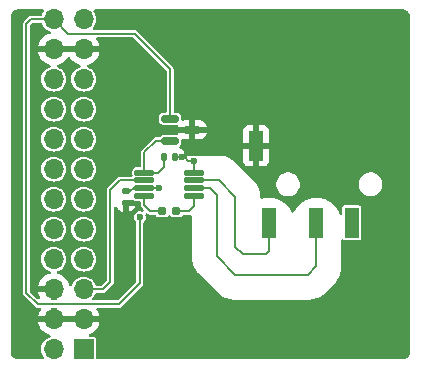
<source format=gbr>
%TF.GenerationSoftware,KiCad,Pcbnew,8.0.3-8.0.3-0~ubuntu23.10.1*%
%TF.CreationDate,2024-10-17T21:53:55-04:00*%
%TF.ProjectId,INA333,494e4133-3333-42e6-9b69-6361645f7063,rev?*%
%TF.SameCoordinates,Original*%
%TF.FileFunction,Copper,L1,Top*%
%TF.FilePolarity,Positive*%
%FSLAX46Y46*%
G04 Gerber Fmt 4.6, Leading zero omitted, Abs format (unit mm)*
G04 Created by KiCad (PCBNEW 8.0.3-8.0.3-0~ubuntu23.10.1) date 2024-10-17 21:53:55*
%MOMM*%
%LPD*%
G01*
G04 APERTURE LIST*
G04 Aperture macros list*
%AMRoundRect*
0 Rectangle with rounded corners*
0 $1 Rounding radius*
0 $2 $3 $4 $5 $6 $7 $8 $9 X,Y pos of 4 corners*
0 Add a 4 corners polygon primitive as box body*
4,1,4,$2,$3,$4,$5,$6,$7,$8,$9,$2,$3,0*
0 Add four circle primitives for the rounded corners*
1,1,$1+$1,$2,$3*
1,1,$1+$1,$4,$5*
1,1,$1+$1,$6,$7*
1,1,$1+$1,$8,$9*
0 Add four rect primitives between the rounded corners*
20,1,$1+$1,$2,$3,$4,$5,0*
20,1,$1+$1,$4,$5,$6,$7,0*
20,1,$1+$1,$6,$7,$8,$9,0*
20,1,$1+$1,$8,$9,$2,$3,0*%
G04 Aperture macros list end*
%TA.AperFunction,SMDPad,CuDef*%
%ADD10RoundRect,0.160000X0.197500X0.160000X-0.197500X0.160000X-0.197500X-0.160000X0.197500X-0.160000X0*%
%TD*%
%TA.AperFunction,SMDPad,CuDef*%
%ADD11RoundRect,0.150000X-0.587500X-0.150000X0.587500X-0.150000X0.587500X0.150000X-0.587500X0.150000X0*%
%TD*%
%TA.AperFunction,SMDPad,CuDef*%
%ADD12RoundRect,0.140000X-0.140000X-0.170000X0.140000X-0.170000X0.140000X0.170000X-0.140000X0.170000X0*%
%TD*%
%TA.AperFunction,SMDPad,CuDef*%
%ADD13RoundRect,0.140000X-0.170000X0.140000X-0.170000X-0.140000X0.170000X-0.140000X0.170000X0.140000X0*%
%TD*%
%TA.AperFunction,SMDPad,CuDef*%
%ADD14RoundRect,0.125000X0.687500X0.125000X-0.687500X0.125000X-0.687500X-0.125000X0.687500X-0.125000X0*%
%TD*%
%TA.AperFunction,SMDPad,CuDef*%
%ADD15R,1.200000X2.500000*%
%TD*%
%TA.AperFunction,ComponentPad*%
%ADD16R,1.700000X1.700000*%
%TD*%
%TA.AperFunction,ComponentPad*%
%ADD17O,1.700000X1.700000*%
%TD*%
%TA.AperFunction,ViaPad*%
%ADD18C,0.600000*%
%TD*%
%TA.AperFunction,Conductor*%
%ADD19C,0.200000*%
%TD*%
G04 APERTURE END LIST*
D10*
%TO.P,R1,2*%
%TO.N,Net-(R1-Pad2)*%
X122302500Y-92300000D03*
%TO.P,R1,1*%
%TO.N,Net-(R1-Pad1)*%
X123497500Y-92300000D03*
%TD*%
D11*
%TO.P,U3,1,IN*%
%TO.N,VIN*%
X122962500Y-84450000D03*
%TO.P,U3,2,OUT*%
%TO.N,Net-(U1-Ref)*%
X122962500Y-86350000D03*
%TO.P,U3,3,GND*%
%TO.N,GND*%
X124837500Y-85400000D03*
%TD*%
D12*
%TO.P,C2,1*%
%TO.N,Net-(U1-Ref)*%
X122420000Y-87700000D03*
%TO.P,C2,2*%
%TO.N,GND*%
X123380000Y-87700000D03*
%TD*%
D13*
%TO.P,C1,1*%
%TO.N,VIN*%
X119200000Y-90620000D03*
%TO.P,C1,2*%
%TO.N,GND*%
X119200000Y-91580000D03*
%TD*%
D14*
%TO.P,U1,1,Rg*%
%TO.N,Net-(R1-Pad1)*%
X125012500Y-90975000D03*
%TO.P,U1,2,-*%
%TO.N,Net-(U1--)*%
X125012500Y-90325000D03*
%TO.P,U1,3,+*%
%TO.N,Net-(U1-+)*%
X125012500Y-89675000D03*
%TO.P,U1,4,V-*%
%TO.N,GND*%
X125012500Y-89025000D03*
%TO.P,U1,5,Ref*%
%TO.N,Net-(U1-Ref)*%
X120787500Y-89025000D03*
%TO.P,U1,6*%
%TO.N,/IN0+*%
X120787500Y-89675000D03*
%TO.P,U1,7,V+*%
%TO.N,VIN*%
X120787500Y-90325000D03*
%TO.P,U1,8,Rg*%
%TO.N,Net-(R1-Pad2)*%
X120787500Y-90975000D03*
%TD*%
D15*
%TO.P,J3,R1*%
%TO.N,Net-(U1--)*%
X135345000Y-93255000D03*
%TO.P,J3,R2*%
%TO.N,unconnected-(J3-PadR2)*%
X138345000Y-93255000D03*
%TO.P,J3,S*%
%TO.N,GND*%
X130245000Y-86755000D03*
%TO.P,J3,T*%
%TO.N,Net-(U1-+)*%
X131345000Y-93255000D03*
%TD*%
D16*
%TO.P,J1,1,Pin_1*%
%TO.N,/SDA{slash}A4*%
X115650000Y-103975000D03*
D17*
%TO.P,J1,2,Pin_2*%
%TO.N,/SCL{slash}A5*%
X113110000Y-103975000D03*
%TO.P,J1,3,Pin_3*%
%TO.N,GND*%
X115650000Y-101435000D03*
%TO.P,J1,4,Pin_4*%
X113110000Y-101435000D03*
%TO.P,J1,5,Pin_5*%
%TO.N,/IN0+*%
X115650000Y-98895000D03*
%TO.P,J1,6,Pin_6*%
%TO.N,GND*%
X113110000Y-98895000D03*
%TO.P,J1,7,Pin_7*%
%TO.N,/IN1-*%
X115650000Y-96355000D03*
%TO.P,J1,8,Pin_8*%
%TO.N,/IN1+*%
X113110000Y-96355000D03*
%TO.P,J1,9,Pin_9*%
%TO.N,/IN2+*%
X115650000Y-93815000D03*
%TO.P,J1,10,Pin_10*%
%TO.N,/IN2-*%
X113110000Y-93815000D03*
%TO.P,J1,11,Pin_11*%
%TO.N,/IN3-*%
X115650000Y-91275000D03*
%TO.P,J1,12,Pin_12*%
%TO.N,/IN3+*%
X113110000Y-91275000D03*
%TO.P,J1,13,Pin_13*%
%TO.N,/IN4+*%
X115650000Y-88735000D03*
%TO.P,J1,14,Pin_14*%
%TO.N,/IN4-*%
X113110000Y-88735000D03*
%TO.P,J1,15,Pin_15*%
%TO.N,/IN5-*%
X115650000Y-86195000D03*
%TO.P,J1,16,Pin_16*%
%TO.N,/IN5+*%
X113110000Y-86195000D03*
%TO.P,J1,17,Pin_17*%
%TO.N,/IN6+*%
X115650000Y-83655000D03*
%TO.P,J1,18,Pin_18*%
%TO.N,/IN6-*%
X113110000Y-83655000D03*
%TO.P,J1,19,Pin_19*%
%TO.N,/IN7-*%
X115650000Y-81115000D03*
%TO.P,J1,20,Pin_20*%
%TO.N,/IN7+*%
X113110000Y-81115000D03*
%TO.P,J1,21,Pin_21*%
%TO.N,GND*%
X115650000Y-78575000D03*
%TO.P,J1,22,Pin_22*%
X113110000Y-78575000D03*
%TO.P,J1,23,Pin_23*%
%TO.N,/A0*%
X115650000Y-76035000D03*
%TO.P,J1,24,Pin_24*%
%TO.N,VIN*%
X113110000Y-76035000D03*
%TD*%
D18*
%TO.N,VIN*%
X122000000Y-90350000D03*
X120400000Y-92800000D03*
%TO.N,GND*%
X119200000Y-92200000D03*
X126300000Y-85400000D03*
X124000000Y-87700000D03*
X125000000Y-88000000D03*
%TD*%
D19*
%TO.N,Net-(R1-Pad1)*%
X123497500Y-92300000D02*
X124600000Y-92300000D01*
%TO.N,Net-(R1-Pad2)*%
X122302500Y-92300000D02*
X121300000Y-92300000D01*
%TO.N,VIN*%
X110800000Y-76450000D02*
X110800000Y-99200000D01*
X119100000Y-99700000D02*
X120400000Y-98400000D01*
X110800000Y-99200000D02*
X111750000Y-100150000D01*
X111750000Y-100150000D02*
X113550000Y-100150000D01*
X113550000Y-100150000D02*
X118650000Y-100150000D01*
X118650000Y-100150000D02*
X119100000Y-99700000D01*
X122000000Y-90350000D02*
X120812500Y-90350000D01*
X120812500Y-90350000D02*
X120787500Y-90325000D01*
X120400000Y-98400000D02*
X120400000Y-92800000D01*
X113110000Y-76035000D02*
X111215000Y-76035000D01*
X111215000Y-76035000D02*
X110800000Y-76450000D01*
X113110000Y-76035000D02*
X114325000Y-77250000D01*
X122962500Y-80262500D02*
X122962500Y-84450000D01*
X114325000Y-77250000D02*
X119950000Y-77250000D01*
X119950000Y-77250000D02*
X122962500Y-80262500D01*
%TO.N,/IN0+*%
X120787500Y-89675000D02*
X118725000Y-89675000D01*
X117305000Y-98895000D02*
X115650000Y-98895000D01*
X118725000Y-89675000D02*
X117900000Y-90500000D01*
X117900000Y-90500000D02*
X117900000Y-98300000D01*
X117900000Y-98300000D02*
X117305000Y-98895000D01*
%TO.N,VIN*%
X120787500Y-90325000D02*
X119875000Y-90325000D01*
X119875000Y-90325000D02*
X119580000Y-90620000D01*
X119580000Y-90620000D02*
X119200000Y-90620000D01*
%TO.N,GND*%
X119200000Y-91580000D02*
X119200000Y-92200000D01*
%TO.N,Net-(U1-Ref)*%
X122420000Y-87700000D02*
X122420000Y-88580000D01*
X122420000Y-88580000D02*
X121975000Y-89025000D01*
X121975000Y-89025000D02*
X120787500Y-89025000D01*
X122962500Y-86350000D02*
X121750000Y-86350000D01*
X121750000Y-86350000D02*
X120787500Y-87312500D01*
X120787500Y-87312500D02*
X120787500Y-89025000D01*
%TO.N,GND*%
X124837500Y-85400000D02*
X126300000Y-85400000D01*
X125000000Y-88000000D02*
X124500000Y-88000000D01*
X124500000Y-88000000D02*
X124200000Y-87700000D01*
X124200000Y-87700000D02*
X123380000Y-87700000D01*
X125012500Y-89025000D02*
X125012500Y-88012500D01*
X125012500Y-88012500D02*
X125000000Y-88000000D01*
%TO.N,Net-(R1-Pad1)*%
X125012500Y-91887500D02*
X125012500Y-90975000D01*
X124600000Y-92300000D02*
X125012500Y-91887500D01*
%TO.N,Net-(R1-Pad2)*%
X120787500Y-90975000D02*
X120787500Y-91787500D01*
X120787500Y-91787500D02*
X121300000Y-92300000D01*
%TO.N,Net-(U1-+)*%
X131345000Y-93255000D02*
X131345000Y-95655000D01*
X131345000Y-95655000D02*
X131100000Y-95900000D01*
X131100000Y-95900000D02*
X129100000Y-95900000D01*
X129100000Y-95900000D02*
X128500000Y-95300000D01*
X128500000Y-95300000D02*
X128500000Y-91100000D01*
X128500000Y-91100000D02*
X127075000Y-89675000D01*
X127075000Y-89675000D02*
X125012500Y-89675000D01*
%TO.N,GND*%
X115650000Y-101435000D02*
X113110000Y-101435000D01*
%TO.N,Net-(U1--)*%
X135345000Y-96955000D02*
X135345000Y-93255000D01*
X125012500Y-90325000D02*
X126325000Y-90325000D01*
X126900000Y-90900000D02*
X126900000Y-96100000D01*
X126325000Y-90325000D02*
X126900000Y-90900000D01*
X126900000Y-96100000D02*
X128500000Y-97700000D01*
X128500000Y-97700000D02*
X134600000Y-97700000D01*
X134600000Y-97700000D02*
X135345000Y-96955000D01*
%TD*%
%TA.AperFunction,Conductor*%
%TO.N,GND*%
G36*
X112236643Y-75225185D02*
G01*
X112282398Y-75277989D01*
X112292342Y-75347147D01*
X112265458Y-75408164D01*
X112232317Y-75448546D01*
X112134769Y-75631043D01*
X112134768Y-75631046D01*
X112130081Y-75646497D01*
X112091783Y-75704935D01*
X112027970Y-75733391D01*
X112011421Y-75734500D01*
X111175438Y-75734500D01*
X111099010Y-75754978D01*
X111030489Y-75794540D01*
X111030486Y-75794542D01*
X110559541Y-76265487D01*
X110559535Y-76265495D01*
X110519982Y-76334004D01*
X110519979Y-76334009D01*
X110514305Y-76355185D01*
X110499500Y-76410438D01*
X110499500Y-99239562D01*
X110507857Y-99270750D01*
X110519979Y-99315990D01*
X110519980Y-99315991D01*
X110536998Y-99345467D01*
X110559540Y-99384511D01*
X111509540Y-100334511D01*
X111565489Y-100390460D01*
X111565491Y-100390461D01*
X111565495Y-100390464D01*
X111634004Y-100430017D01*
X111634011Y-100430021D01*
X111710438Y-100450500D01*
X111710440Y-100450500D01*
X111913107Y-100450500D01*
X111980146Y-100470185D01*
X112025901Y-100522989D01*
X112035845Y-100592147D01*
X112014682Y-100645623D01*
X111936400Y-100757420D01*
X111936399Y-100757422D01*
X111836570Y-100971507D01*
X111836567Y-100971513D01*
X111779364Y-101184999D01*
X111779364Y-101185000D01*
X112676988Y-101185000D01*
X112644075Y-101242007D01*
X112610000Y-101369174D01*
X112610000Y-101500826D01*
X112644075Y-101627993D01*
X112676988Y-101685000D01*
X111779364Y-101685000D01*
X111836567Y-101898486D01*
X111836570Y-101898492D01*
X111936399Y-102112578D01*
X112071894Y-102306082D01*
X112238917Y-102473105D01*
X112432421Y-102608600D01*
X112646507Y-102708429D01*
X112646516Y-102708433D01*
X112768649Y-102741158D01*
X112828310Y-102777523D01*
X112858839Y-102840369D01*
X112850545Y-102909745D01*
X112806059Y-102963623D01*
X112772552Y-102979593D01*
X112706046Y-102999767D01*
X112618112Y-103046770D01*
X112523550Y-103097315D01*
X112523548Y-103097316D01*
X112523547Y-103097317D01*
X112363589Y-103228589D01*
X112232317Y-103388547D01*
X112134769Y-103571043D01*
X112074699Y-103769067D01*
X112054417Y-103975000D01*
X112074699Y-104180932D01*
X112074700Y-104180934D01*
X112134768Y-104378954D01*
X112211081Y-104521725D01*
X112232317Y-104561453D01*
X112265458Y-104601836D01*
X112292770Y-104666146D01*
X112280978Y-104735014D01*
X112233826Y-104786573D01*
X112169604Y-104804500D01*
X110016962Y-104804500D01*
X110003078Y-104803720D01*
X109990553Y-104802308D01*
X109912735Y-104793540D01*
X109885666Y-104787362D01*
X109806462Y-104759648D01*
X109781444Y-104747600D01*
X109710395Y-104702957D01*
X109688686Y-104685644D01*
X109629355Y-104626313D01*
X109612042Y-104604604D01*
X109584928Y-104561453D01*
X109567398Y-104533553D01*
X109555351Y-104508537D01*
X109527637Y-104429333D01*
X109521459Y-104402263D01*
X109511280Y-104311922D01*
X109510500Y-104298038D01*
X109510500Y-75711961D01*
X109511280Y-75698077D01*
X109517092Y-75646497D01*
X109521459Y-75607731D01*
X109527635Y-75580670D01*
X109555353Y-75501456D01*
X109567396Y-75476450D01*
X109612046Y-75405389D01*
X109629351Y-75383690D01*
X109688690Y-75324351D01*
X109710389Y-75307046D01*
X109781450Y-75262396D01*
X109806456Y-75250353D01*
X109885670Y-75222635D01*
X109912733Y-75216459D01*
X109975419Y-75209396D01*
X110003079Y-75206280D01*
X110016962Y-75205500D01*
X110075892Y-75205500D01*
X112169604Y-75205500D01*
X112236643Y-75225185D01*
G37*
%TD.AperFunction*%
%TA.AperFunction,Conductor*%
G36*
X142751922Y-75206280D02*
G01*
X142842266Y-75216459D01*
X142869331Y-75222636D01*
X142948540Y-75250352D01*
X142973553Y-75262398D01*
X143044606Y-75307043D01*
X143066313Y-75324355D01*
X143125644Y-75383686D01*
X143142957Y-75405395D01*
X143187600Y-75476444D01*
X143199648Y-75501462D01*
X143227362Y-75580666D01*
X143233540Y-75607735D01*
X143243720Y-75698076D01*
X143244500Y-75711961D01*
X143244500Y-104298038D01*
X143243720Y-104311923D01*
X143233540Y-104402264D01*
X143227362Y-104429333D01*
X143199648Y-104508537D01*
X143187600Y-104533555D01*
X143142957Y-104604604D01*
X143125644Y-104626313D01*
X143066313Y-104685644D01*
X143044604Y-104702957D01*
X142973555Y-104747600D01*
X142948537Y-104759648D01*
X142869333Y-104787362D01*
X142842264Y-104793540D01*
X142762075Y-104802576D01*
X142751921Y-104803720D01*
X142738038Y-104804500D01*
X116824500Y-104804500D01*
X116757461Y-104784815D01*
X116711706Y-104732011D01*
X116700500Y-104680500D01*
X116700500Y-103105249D01*
X116700499Y-103105247D01*
X116688868Y-103046770D01*
X116688867Y-103046769D01*
X116644552Y-102980447D01*
X116578230Y-102936132D01*
X116578229Y-102936131D01*
X116519752Y-102924500D01*
X116519748Y-102924500D01*
X116209457Y-102924500D01*
X116142418Y-102904815D01*
X116096663Y-102852011D01*
X116086719Y-102782853D01*
X116115744Y-102719297D01*
X116157052Y-102688118D01*
X116327578Y-102608600D01*
X116521082Y-102473105D01*
X116688105Y-102306082D01*
X116823600Y-102112578D01*
X116923429Y-101898492D01*
X116923432Y-101898486D01*
X116980636Y-101685000D01*
X116083012Y-101685000D01*
X116115925Y-101627993D01*
X116150000Y-101500826D01*
X116150000Y-101369174D01*
X116115925Y-101242007D01*
X116083012Y-101185000D01*
X116980636Y-101185000D01*
X116980635Y-101184999D01*
X116923432Y-100971513D01*
X116923429Y-100971507D01*
X116823600Y-100757422D01*
X116823599Y-100757420D01*
X116745318Y-100645623D01*
X116722991Y-100579417D01*
X116740001Y-100511650D01*
X116790949Y-100463837D01*
X116846893Y-100450500D01*
X118689560Y-100450500D01*
X118689562Y-100450500D01*
X118765989Y-100430021D01*
X118834511Y-100390460D01*
X118890460Y-100334511D01*
X119340460Y-99884511D01*
X120640460Y-98584511D01*
X120680022Y-98515988D01*
X120700500Y-98439562D01*
X120700500Y-98360438D01*
X120700500Y-93263738D01*
X120720185Y-93196699D01*
X120730787Y-93182535D01*
X120731124Y-93182144D01*
X120731128Y-93182143D01*
X120825377Y-93073373D01*
X120885165Y-92942457D01*
X120905647Y-92800000D01*
X120885165Y-92657543D01*
X120878658Y-92643296D01*
X120868715Y-92574141D01*
X120897739Y-92510585D01*
X120956516Y-92472809D01*
X121026386Y-92472808D01*
X121079134Y-92504105D01*
X121115489Y-92540460D01*
X121115491Y-92540461D01*
X121115495Y-92540464D01*
X121156757Y-92564286D01*
X121184011Y-92580021D01*
X121260438Y-92600500D01*
X121339562Y-92600500D01*
X121695008Y-92600500D01*
X121762047Y-92620185D01*
X121801252Y-92664244D01*
X121801579Y-92664012D01*
X121803743Y-92667044D01*
X121806408Y-92670038D01*
X121807551Y-92672376D01*
X121892624Y-92757449D01*
X121892627Y-92757451D01*
X121996201Y-92808084D01*
X122000714Y-92810291D01*
X122070785Y-92820500D01*
X122534214Y-92820499D01*
X122604286Y-92810291D01*
X122604290Y-92810289D01*
X122604291Y-92810289D01*
X122712372Y-92757451D01*
X122712375Y-92757449D01*
X122797447Y-92672377D01*
X122797448Y-92672376D01*
X122797449Y-92672375D01*
X122797450Y-92672372D01*
X122799083Y-92670087D01*
X122802120Y-92667704D01*
X122804715Y-92665110D01*
X122805028Y-92665423D01*
X122854058Y-92626966D01*
X122923620Y-92620411D01*
X122985682Y-92652505D01*
X123000917Y-92670087D01*
X123002552Y-92672377D01*
X123087624Y-92757449D01*
X123087627Y-92757451D01*
X123191201Y-92808084D01*
X123195714Y-92810291D01*
X123265785Y-92820500D01*
X123729214Y-92820499D01*
X123799286Y-92810291D01*
X123799290Y-92810289D01*
X123799291Y-92810289D01*
X123907372Y-92757451D01*
X123907375Y-92757449D01*
X123992448Y-92672376D01*
X123992449Y-92672375D01*
X123993592Y-92670038D01*
X123996000Y-92667401D01*
X123998421Y-92664012D01*
X123998830Y-92664304D01*
X124040721Y-92618456D01*
X124104992Y-92600500D01*
X124639560Y-92600500D01*
X124639562Y-92600500D01*
X124645070Y-92599024D01*
X124714917Y-92600685D01*
X124772781Y-92639845D01*
X124800288Y-92704073D01*
X124801165Y-92718718D01*
X124803391Y-96186951D01*
X124815702Y-96342733D01*
X124815705Y-96342756D01*
X124842704Y-96513221D01*
X124879332Y-96665793D01*
X124879333Y-96665797D01*
X124879336Y-96665807D01*
X124879337Y-96665810D01*
X124932677Y-96829972D01*
X124992727Y-96974943D01*
X124992731Y-96974951D01*
X124992732Y-96974953D01*
X125026339Y-97040911D01*
X125026339Y-97040912D01*
X125071086Y-97128732D01*
X125071098Y-97128753D01*
X125153068Y-97262517D01*
X125153090Y-97262549D01*
X125254532Y-97402173D01*
X125254534Y-97402176D01*
X125261433Y-97410582D01*
X125329239Y-97493203D01*
X125384032Y-97552476D01*
X125387886Y-97556645D01*
X125416077Y-97585923D01*
X125416095Y-97585941D01*
X125416097Y-97585943D01*
X127079521Y-99244573D01*
X127197822Y-99345464D01*
X127337467Y-99446922D01*
X127337471Y-99446924D01*
X127337476Y-99446928D01*
X127471245Y-99528902D01*
X127471250Y-99528905D01*
X127471255Y-99528907D01*
X127471264Y-99528913D01*
X127625061Y-99607276D01*
X127770033Y-99667325D01*
X127934194Y-99720664D01*
X128086771Y-99757295D01*
X128257256Y-99784298D01*
X128323777Y-99789533D01*
X128336398Y-99794343D01*
X128374460Y-99795838D01*
X128374460Y-99795839D01*
X128419457Y-99797606D01*
X128460708Y-99799228D01*
X128460720Y-99799228D01*
X128460740Y-99799229D01*
X128500548Y-99800000D01*
X128500559Y-99799999D01*
X128500560Y-99800000D01*
X132035579Y-99798062D01*
X134686853Y-99796609D01*
X134842738Y-99784297D01*
X135013223Y-99757295D01*
X135165810Y-99720663D01*
X135329972Y-99667323D01*
X135474943Y-99607273D01*
X135628739Y-99528910D01*
X135762529Y-99446924D01*
X135902174Y-99345467D01*
X135993203Y-99270761D01*
X136056627Y-99212131D01*
X136087024Y-99182817D01*
X136890485Y-98374561D01*
X136890484Y-98374560D01*
X136909290Y-98355642D01*
X136910096Y-98352867D01*
X136920449Y-98338908D01*
X136990467Y-98257174D01*
X137091924Y-98117529D01*
X137173910Y-97983739D01*
X137252273Y-97829943D01*
X137312323Y-97684972D01*
X137365663Y-97520810D01*
X137402295Y-97368223D01*
X137429297Y-97197738D01*
X137440838Y-97080566D01*
X137444229Y-96994261D01*
X137445000Y-96954104D01*
X137443049Y-94776478D01*
X137462674Y-94709424D01*
X137515437Y-94663622D01*
X137584586Y-94653616D01*
X137635940Y-94673268D01*
X137666769Y-94693867D01*
X137666770Y-94693868D01*
X137725247Y-94705499D01*
X137725250Y-94705500D01*
X137725252Y-94705500D01*
X138964750Y-94705500D01*
X138964751Y-94705499D01*
X138979568Y-94702552D01*
X139023229Y-94693868D01*
X139023229Y-94693867D01*
X139023231Y-94693867D01*
X139089552Y-94649552D01*
X139133867Y-94583231D01*
X139133867Y-94583229D01*
X139133868Y-94583229D01*
X139145499Y-94524752D01*
X139145500Y-94524750D01*
X139145500Y-91985249D01*
X139145499Y-91985247D01*
X139133868Y-91926770D01*
X139133867Y-91926769D01*
X139089552Y-91860447D01*
X139023230Y-91816132D01*
X139023229Y-91816131D01*
X138964752Y-91804500D01*
X138964748Y-91804500D01*
X137725252Y-91804500D01*
X137725247Y-91804500D01*
X137666770Y-91816131D01*
X137666769Y-91816132D01*
X137600447Y-91860447D01*
X137556132Y-91926769D01*
X137556131Y-91926770D01*
X137544500Y-91985247D01*
X137544500Y-92462162D01*
X137524815Y-92529201D01*
X137472011Y-92574956D01*
X137402853Y-92584900D01*
X137339297Y-92555875D01*
X137305939Y-92509616D01*
X137303656Y-92504105D01*
X137252273Y-92380057D01*
X137173910Y-92226261D01*
X137091924Y-92092471D01*
X137091909Y-92092450D01*
X136990473Y-91952833D01*
X136888557Y-91833503D01*
X136766496Y-91711442D01*
X136647166Y-91609526D01*
X136507549Y-91508090D01*
X136507537Y-91508082D01*
X136507529Y-91508076D01*
X136373739Y-91426090D01*
X136219943Y-91347727D01*
X136079564Y-91289579D01*
X136074980Y-91287680D01*
X136074974Y-91287678D01*
X136074975Y-91287678D01*
X136074972Y-91287677D01*
X135910810Y-91234337D01*
X135910807Y-91234336D01*
X135910797Y-91234333D01*
X135910793Y-91234332D01*
X135758221Y-91197704D01*
X135587747Y-91170704D01*
X135587738Y-91170703D01*
X135587736Y-91170702D01*
X135587728Y-91170702D01*
X135431310Y-91158391D01*
X135431305Y-91158391D01*
X135258695Y-91158391D01*
X135258689Y-91158391D01*
X135102271Y-91170702D01*
X135102252Y-91170704D01*
X134931778Y-91197704D01*
X134779206Y-91234332D01*
X134779202Y-91234333D01*
X134615025Y-91287678D01*
X134615019Y-91287680D01*
X134512853Y-91330000D01*
X134470057Y-91347727D01*
X134316261Y-91426090D01*
X134316256Y-91426092D01*
X134316256Y-91426093D01*
X134316252Y-91426095D01*
X134182475Y-91508073D01*
X134182450Y-91508090D01*
X134042833Y-91609526D01*
X133923503Y-91711442D01*
X133801442Y-91833503D01*
X133699526Y-91952833D01*
X133598090Y-92092450D01*
X133598073Y-92092475D01*
X133516095Y-92226252D01*
X133516092Y-92226256D01*
X133514327Y-92229721D01*
X133455483Y-92345207D01*
X133407510Y-92396002D01*
X133339689Y-92412797D01*
X133273554Y-92390259D01*
X133234516Y-92345207D01*
X133173910Y-92226261D01*
X133091924Y-92092471D01*
X133091909Y-92092450D01*
X132990473Y-91952833D01*
X132888557Y-91833503D01*
X132766496Y-91711442D01*
X132647166Y-91609526D01*
X132507549Y-91508090D01*
X132507537Y-91508082D01*
X132507529Y-91508076D01*
X132373739Y-91426090D01*
X132219943Y-91347727D01*
X132079564Y-91289579D01*
X132074980Y-91287680D01*
X132074974Y-91287678D01*
X132074975Y-91287678D01*
X132074972Y-91287677D01*
X131910810Y-91234337D01*
X131910807Y-91234336D01*
X131910797Y-91234333D01*
X131910793Y-91234332D01*
X131758221Y-91197704D01*
X131587747Y-91170704D01*
X131587738Y-91170703D01*
X131587736Y-91170702D01*
X131587728Y-91170702D01*
X131431310Y-91158391D01*
X131431305Y-91158391D01*
X131258695Y-91158391D01*
X131258689Y-91158391D01*
X131102271Y-91170702D01*
X131102252Y-91170704D01*
X130931778Y-91197704D01*
X130779208Y-91234331D01*
X130779190Y-91234337D01*
X130759009Y-91240894D01*
X130689170Y-91242888D01*
X130629338Y-91206806D01*
X130598511Y-91144105D01*
X130596696Y-91123070D01*
X130596609Y-91012904D01*
X130584297Y-90857262D01*
X130557295Y-90686777D01*
X130520663Y-90534190D01*
X130467323Y-90370028D01*
X130407274Y-90225058D01*
X130373572Y-90158914D01*
X130357711Y-90127785D01*
X130357692Y-90127750D01*
X130345359Y-90103543D01*
X131944499Y-90103543D01*
X131982947Y-90296829D01*
X131982950Y-90296839D01*
X132058364Y-90478907D01*
X132058371Y-90478920D01*
X132167860Y-90642781D01*
X132167863Y-90642785D01*
X132307214Y-90782136D01*
X132307218Y-90782139D01*
X132471079Y-90891628D01*
X132471092Y-90891635D01*
X132653160Y-90967049D01*
X132653165Y-90967051D01*
X132653169Y-90967051D01*
X132653170Y-90967052D01*
X132846456Y-91005500D01*
X132846459Y-91005500D01*
X133043543Y-91005500D01*
X133173582Y-90979632D01*
X133236835Y-90967051D01*
X133418914Y-90891632D01*
X133582782Y-90782139D01*
X133722139Y-90642782D01*
X133831632Y-90478914D01*
X133907051Y-90296835D01*
X133921326Y-90225071D01*
X133945500Y-90103543D01*
X138944499Y-90103543D01*
X138982947Y-90296829D01*
X138982950Y-90296839D01*
X139058364Y-90478907D01*
X139058371Y-90478920D01*
X139167860Y-90642781D01*
X139167863Y-90642785D01*
X139307214Y-90782136D01*
X139307218Y-90782139D01*
X139471079Y-90891628D01*
X139471092Y-90891635D01*
X139653160Y-90967049D01*
X139653165Y-90967051D01*
X139653169Y-90967051D01*
X139653170Y-90967052D01*
X139846456Y-91005500D01*
X139846459Y-91005500D01*
X140043543Y-91005500D01*
X140173582Y-90979632D01*
X140236835Y-90967051D01*
X140418914Y-90891632D01*
X140582782Y-90782139D01*
X140722139Y-90642782D01*
X140831632Y-90478914D01*
X140907051Y-90296835D01*
X140921326Y-90225071D01*
X140945500Y-90103543D01*
X140945500Y-89906456D01*
X140907052Y-89713170D01*
X140907051Y-89713169D01*
X140907051Y-89713165D01*
X140904413Y-89706796D01*
X140831635Y-89531092D01*
X140831628Y-89531079D01*
X140722139Y-89367218D01*
X140722136Y-89367214D01*
X140582785Y-89227863D01*
X140582781Y-89227860D01*
X140418920Y-89118371D01*
X140418907Y-89118364D01*
X140236839Y-89042950D01*
X140236829Y-89042947D01*
X140043543Y-89004500D01*
X140043541Y-89004500D01*
X139846459Y-89004500D01*
X139846457Y-89004500D01*
X139653170Y-89042947D01*
X139653160Y-89042950D01*
X139471092Y-89118364D01*
X139471079Y-89118371D01*
X139307218Y-89227860D01*
X139307214Y-89227863D01*
X139167863Y-89367214D01*
X139167860Y-89367218D01*
X139058371Y-89531079D01*
X139058364Y-89531092D01*
X138982950Y-89713160D01*
X138982947Y-89713170D01*
X138944500Y-89906456D01*
X138944500Y-89906459D01*
X138944500Y-90103541D01*
X138944500Y-90103543D01*
X138944499Y-90103543D01*
X133945500Y-90103543D01*
X133945500Y-89906456D01*
X133907052Y-89713170D01*
X133907051Y-89713169D01*
X133907051Y-89713165D01*
X133904413Y-89706796D01*
X133831635Y-89531092D01*
X133831628Y-89531079D01*
X133722139Y-89367218D01*
X133722136Y-89367214D01*
X133582785Y-89227863D01*
X133582781Y-89227860D01*
X133418920Y-89118371D01*
X133418907Y-89118364D01*
X133236839Y-89042950D01*
X133236829Y-89042947D01*
X133043543Y-89004500D01*
X133043541Y-89004500D01*
X132846459Y-89004500D01*
X132846457Y-89004500D01*
X132653170Y-89042947D01*
X132653160Y-89042950D01*
X132471092Y-89118364D01*
X132471079Y-89118371D01*
X132307218Y-89227860D01*
X132307214Y-89227863D01*
X132167863Y-89367214D01*
X132167860Y-89367218D01*
X132058371Y-89531079D01*
X132058364Y-89531092D01*
X131982950Y-89713160D01*
X131982947Y-89713170D01*
X131944500Y-89906456D01*
X131944500Y-89906459D01*
X131944500Y-90103541D01*
X131944500Y-90103543D01*
X131944499Y-90103543D01*
X130345359Y-90103543D01*
X130328922Y-90071282D01*
X130328916Y-90071272D01*
X130328912Y-90071264D01*
X130246918Y-89937461D01*
X130232588Y-89917738D01*
X130176793Y-89840943D01*
X130176791Y-89840941D01*
X130145471Y-89797832D01*
X130145466Y-89797825D01*
X130102148Y-89747106D01*
X130096622Y-89734775D01*
X130012141Y-89643383D01*
X129983806Y-89613959D01*
X129743573Y-89374500D01*
X128495358Y-88130306D01*
X128404513Y-88052844D01*
X129145000Y-88052844D01*
X129151401Y-88112372D01*
X129151403Y-88112379D01*
X129201645Y-88247086D01*
X129201649Y-88247093D01*
X129287809Y-88362187D01*
X129287812Y-88362190D01*
X129402906Y-88448350D01*
X129402913Y-88448354D01*
X129537620Y-88498596D01*
X129537627Y-88498598D01*
X129597155Y-88504999D01*
X129597172Y-88505000D01*
X129995000Y-88505000D01*
X130495000Y-88505000D01*
X130892828Y-88505000D01*
X130892844Y-88504999D01*
X130952372Y-88498598D01*
X130952379Y-88498596D01*
X131087086Y-88448354D01*
X131087093Y-88448350D01*
X131202187Y-88362190D01*
X131202190Y-88362187D01*
X131288350Y-88247093D01*
X131288354Y-88247086D01*
X131338596Y-88112379D01*
X131338598Y-88112372D01*
X131344999Y-88052844D01*
X131345000Y-88052827D01*
X131345000Y-87005000D01*
X130495000Y-87005000D01*
X130495000Y-88505000D01*
X129995000Y-88505000D01*
X129995000Y-87005000D01*
X129145000Y-87005000D01*
X129145000Y-88052844D01*
X128404513Y-88052844D01*
X128377174Y-88029533D01*
X128377161Y-88029524D01*
X128377153Y-88029517D01*
X128237549Y-87928090D01*
X128237537Y-87928082D01*
X128237529Y-87928076D01*
X128103739Y-87846090D01*
X127949943Y-87767727D01*
X127861897Y-87731256D01*
X127804980Y-87707680D01*
X127804974Y-87707678D01*
X127804975Y-87707678D01*
X127804972Y-87707677D01*
X127640810Y-87654337D01*
X127640807Y-87654336D01*
X127640797Y-87654333D01*
X127640793Y-87654332D01*
X127488221Y-87617704D01*
X127317760Y-87590706D01*
X127317725Y-87590701D01*
X127200560Y-87579161D01*
X127200545Y-87579160D01*
X127114282Y-87575771D01*
X127073427Y-87575000D01*
X124948286Y-87578354D01*
X124924617Y-87578392D01*
X124924605Y-87578392D01*
X124769763Y-87590702D01*
X124599278Y-87617704D01*
X124446706Y-87654332D01*
X124446702Y-87654333D01*
X124446690Y-87654337D01*
X124322315Y-87694749D01*
X124252476Y-87696744D01*
X124192643Y-87660664D01*
X124161815Y-87597963D01*
X124159999Y-87576818D01*
X124159999Y-87465375D01*
X124159998Y-87465350D01*
X124157145Y-87429089D01*
X124112030Y-87273803D01*
X124029721Y-87134625D01*
X124029714Y-87134616D01*
X123915383Y-87020285D01*
X123915375Y-87020279D01*
X123807922Y-86956732D01*
X123760239Y-86905663D01*
X123747735Y-86836922D01*
X123774380Y-86772332D01*
X123783353Y-86762327D01*
X123839198Y-86706483D01*
X123890573Y-86601393D01*
X123900500Y-86533260D01*
X123900500Y-86290489D01*
X123920185Y-86223450D01*
X123972989Y-86177695D01*
X124042147Y-86167751D01*
X124059096Y-86171413D01*
X124147507Y-86197099D01*
X124147510Y-86197100D01*
X124184350Y-86199999D01*
X124184366Y-86200000D01*
X124587500Y-86200000D01*
X125087500Y-86200000D01*
X125490634Y-86200000D01*
X125490649Y-86199999D01*
X125527489Y-86197100D01*
X125527495Y-86197099D01*
X125685193Y-86151283D01*
X125685196Y-86151282D01*
X125826552Y-86067685D01*
X125826561Y-86067678D01*
X125942678Y-85951561D01*
X125942685Y-85951552D01*
X126026281Y-85810198D01*
X126072100Y-85652486D01*
X126072295Y-85650001D01*
X126072295Y-85650000D01*
X125087500Y-85650000D01*
X125087500Y-86200000D01*
X124587500Y-86200000D01*
X124587500Y-85650000D01*
X123602705Y-85650000D01*
X123602704Y-85650001D01*
X123602899Y-85652486D01*
X123614061Y-85690905D01*
X123613861Y-85760775D01*
X123575918Y-85819445D01*
X123512280Y-85848288D01*
X123494984Y-85849500D01*
X122341739Y-85849500D01*
X122273608Y-85859426D01*
X122168514Y-85910803D01*
X122085805Y-85993512D01*
X122082923Y-85997550D01*
X122027949Y-86040674D01*
X121982003Y-86049500D01*
X121710438Y-86049500D01*
X121634010Y-86069978D01*
X121565489Y-86109540D01*
X121565486Y-86109542D01*
X120547041Y-87127987D01*
X120547035Y-87127995D01*
X120507482Y-87196504D01*
X120507479Y-87196509D01*
X120487000Y-87272939D01*
X120487000Y-88450500D01*
X120467315Y-88517539D01*
X120414511Y-88563294D01*
X120363000Y-88574500D01*
X120061867Y-88574500D01*
X120046839Y-88576478D01*
X120014455Y-88580741D01*
X120014453Y-88580742D01*
X120014451Y-88580742D01*
X119910420Y-88629253D01*
X119829253Y-88710420D01*
X119780740Y-88814456D01*
X119774500Y-88861859D01*
X119774500Y-89188132D01*
X119774501Y-89188138D01*
X119780579Y-89234319D01*
X119769812Y-89303353D01*
X119723430Y-89355608D01*
X119657640Y-89374500D01*
X118685438Y-89374500D01*
X118634486Y-89388152D01*
X118609010Y-89394979D01*
X118573214Y-89415645D01*
X118544437Y-89432260D01*
X118544434Y-89432262D01*
X118540492Y-89434537D01*
X118540488Y-89434540D01*
X117659541Y-90315487D01*
X117659535Y-90315495D01*
X117619982Y-90384004D01*
X117619979Y-90384009D01*
X117599500Y-90460439D01*
X117599500Y-98124167D01*
X117579815Y-98191206D01*
X117563181Y-98211848D01*
X117216848Y-98558181D01*
X117155525Y-98591666D01*
X117129167Y-98594500D01*
X116748579Y-98594500D01*
X116681540Y-98574815D01*
X116635785Y-98522011D01*
X116629919Y-98506497D01*
X116626401Y-98494901D01*
X116625232Y-98491046D01*
X116527685Y-98308550D01*
X116431384Y-98191206D01*
X116396410Y-98148589D01*
X116278677Y-98051969D01*
X116236450Y-98017315D01*
X116053954Y-97919768D01*
X115855934Y-97859700D01*
X115855932Y-97859699D01*
X115855934Y-97859699D01*
X115650000Y-97839417D01*
X115444067Y-97859699D01*
X115246043Y-97919769D01*
X115135898Y-97978643D01*
X115063550Y-98017315D01*
X115063548Y-98017316D01*
X115063547Y-98017317D01*
X114903589Y-98148589D01*
X114772317Y-98308547D01*
X114772315Y-98308550D01*
X114755740Y-98339560D01*
X114674767Y-98491046D01*
X114654593Y-98557552D01*
X114616296Y-98615990D01*
X114552483Y-98644447D01*
X114483416Y-98633886D01*
X114431023Y-98587661D01*
X114416158Y-98553649D01*
X114383433Y-98431516D01*
X114383428Y-98431502D01*
X114283600Y-98217422D01*
X114283599Y-98217420D01*
X114148113Y-98023926D01*
X114148108Y-98023920D01*
X113981082Y-97856894D01*
X113787578Y-97721399D01*
X113573492Y-97621570D01*
X113573486Y-97621567D01*
X113451349Y-97588841D01*
X113391689Y-97552476D01*
X113361160Y-97489629D01*
X113369455Y-97420253D01*
X113413940Y-97366375D01*
X113447444Y-97350407D01*
X113513954Y-97330232D01*
X113696450Y-97232685D01*
X113856410Y-97101410D01*
X113987685Y-96941450D01*
X114085232Y-96758954D01*
X114145300Y-96560934D01*
X114165583Y-96355000D01*
X114594417Y-96355000D01*
X114614699Y-96560932D01*
X114614700Y-96560934D01*
X114674768Y-96758954D01*
X114772315Y-96941450D01*
X114772317Y-96941452D01*
X114903589Y-97101410D01*
X115000209Y-97180702D01*
X115063550Y-97232685D01*
X115246046Y-97330232D01*
X115444066Y-97390300D01*
X115444065Y-97390300D01*
X115462529Y-97392118D01*
X115650000Y-97410583D01*
X115855934Y-97390300D01*
X116053954Y-97330232D01*
X116236450Y-97232685D01*
X116396410Y-97101410D01*
X116527685Y-96941450D01*
X116625232Y-96758954D01*
X116685300Y-96560934D01*
X116705583Y-96355000D01*
X116685300Y-96149066D01*
X116625232Y-95951046D01*
X116527685Y-95768550D01*
X116475702Y-95705209D01*
X116396410Y-95608589D01*
X116236452Y-95477317D01*
X116236453Y-95477317D01*
X116236450Y-95477315D01*
X116053954Y-95379768D01*
X115855934Y-95319700D01*
X115855932Y-95319699D01*
X115855934Y-95319699D01*
X115650000Y-95299417D01*
X115444067Y-95319699D01*
X115246043Y-95379769D01*
X115135898Y-95438643D01*
X115063550Y-95477315D01*
X115063548Y-95477316D01*
X115063547Y-95477317D01*
X114903589Y-95608589D01*
X114772317Y-95768547D01*
X114674769Y-95951043D01*
X114614699Y-96149067D01*
X114594417Y-96355000D01*
X114165583Y-96355000D01*
X114145300Y-96149066D01*
X114085232Y-95951046D01*
X113987685Y-95768550D01*
X113935702Y-95705209D01*
X113856410Y-95608589D01*
X113696452Y-95477317D01*
X113696453Y-95477317D01*
X113696450Y-95477315D01*
X113513954Y-95379768D01*
X113315934Y-95319700D01*
X113315932Y-95319699D01*
X113315934Y-95319699D01*
X113110000Y-95299417D01*
X112904067Y-95319699D01*
X112706043Y-95379769D01*
X112595898Y-95438643D01*
X112523550Y-95477315D01*
X112523548Y-95477316D01*
X112523547Y-95477317D01*
X112363589Y-95608589D01*
X112232317Y-95768547D01*
X112134769Y-95951043D01*
X112074699Y-96149067D01*
X112054417Y-96355000D01*
X112074699Y-96560932D01*
X112074700Y-96560934D01*
X112134768Y-96758954D01*
X112232315Y-96941450D01*
X112232317Y-96941452D01*
X112363589Y-97101410D01*
X112460209Y-97180702D01*
X112523550Y-97232685D01*
X112706046Y-97330232D01*
X112772551Y-97350405D01*
X112830989Y-97388702D01*
X112859446Y-97452514D01*
X112848887Y-97521581D01*
X112802663Y-97573975D01*
X112768650Y-97588841D01*
X112646514Y-97621567D01*
X112646507Y-97621570D01*
X112432422Y-97721399D01*
X112432420Y-97721400D01*
X112238926Y-97856886D01*
X112238920Y-97856891D01*
X112071891Y-98023920D01*
X112071886Y-98023926D01*
X111936400Y-98217420D01*
X111936399Y-98217422D01*
X111836572Y-98431502D01*
X111836567Y-98431513D01*
X111779364Y-98644999D01*
X111779364Y-98645000D01*
X112676988Y-98645000D01*
X112644075Y-98702007D01*
X112610000Y-98829174D01*
X112610000Y-98960826D01*
X112644075Y-99087993D01*
X112676988Y-99145000D01*
X111779364Y-99145000D01*
X111836567Y-99358486D01*
X111836570Y-99358492D01*
X111935265Y-99570145D01*
X111945757Y-99639223D01*
X111917237Y-99703007D01*
X111858761Y-99741246D01*
X111788893Y-99741801D01*
X111735202Y-99710231D01*
X111136819Y-99111848D01*
X111103334Y-99050525D01*
X111100500Y-99024167D01*
X111100500Y-93815000D01*
X112054417Y-93815000D01*
X112074699Y-94020932D01*
X112074700Y-94020934D01*
X112134768Y-94218954D01*
X112232315Y-94401450D01*
X112232317Y-94401452D01*
X112363589Y-94561410D01*
X112460209Y-94640702D01*
X112523550Y-94692685D01*
X112706046Y-94790232D01*
X112904066Y-94850300D01*
X112904065Y-94850300D01*
X112922529Y-94852118D01*
X113110000Y-94870583D01*
X113315934Y-94850300D01*
X113513954Y-94790232D01*
X113696450Y-94692685D01*
X113856410Y-94561410D01*
X113987685Y-94401450D01*
X114085232Y-94218954D01*
X114145300Y-94020934D01*
X114165583Y-93815000D01*
X114594417Y-93815000D01*
X114614699Y-94020932D01*
X114614700Y-94020934D01*
X114674768Y-94218954D01*
X114772315Y-94401450D01*
X114772317Y-94401452D01*
X114903589Y-94561410D01*
X115000209Y-94640702D01*
X115063550Y-94692685D01*
X115246046Y-94790232D01*
X115444066Y-94850300D01*
X115444065Y-94850300D01*
X115462529Y-94852118D01*
X115650000Y-94870583D01*
X115855934Y-94850300D01*
X116053954Y-94790232D01*
X116236450Y-94692685D01*
X116396410Y-94561410D01*
X116527685Y-94401450D01*
X116625232Y-94218954D01*
X116685300Y-94020934D01*
X116705583Y-93815000D01*
X116685300Y-93609066D01*
X116625232Y-93411046D01*
X116527685Y-93228550D01*
X116475702Y-93165209D01*
X116396410Y-93068589D01*
X116278677Y-92971969D01*
X116236450Y-92937315D01*
X116053954Y-92839768D01*
X115855934Y-92779700D01*
X115855932Y-92779699D01*
X115855934Y-92779699D01*
X115650000Y-92759417D01*
X115444067Y-92779699D01*
X115246043Y-92839769D01*
X115135898Y-92898643D01*
X115063550Y-92937315D01*
X115063548Y-92937316D01*
X115063547Y-92937317D01*
X114903589Y-93068589D01*
X114772317Y-93228547D01*
X114772315Y-93228550D01*
X114733643Y-93300898D01*
X114674769Y-93411043D01*
X114614699Y-93609067D01*
X114594417Y-93815000D01*
X114165583Y-93815000D01*
X114145300Y-93609066D01*
X114085232Y-93411046D01*
X113987685Y-93228550D01*
X113935702Y-93165209D01*
X113856410Y-93068589D01*
X113738677Y-92971969D01*
X113696450Y-92937315D01*
X113513954Y-92839768D01*
X113315934Y-92779700D01*
X113315932Y-92779699D01*
X113315934Y-92779699D01*
X113110000Y-92759417D01*
X112904067Y-92779699D01*
X112706043Y-92839769D01*
X112595898Y-92898643D01*
X112523550Y-92937315D01*
X112523548Y-92937316D01*
X112523547Y-92937317D01*
X112363589Y-93068589D01*
X112232317Y-93228547D01*
X112232315Y-93228550D01*
X112193643Y-93300898D01*
X112134769Y-93411043D01*
X112074699Y-93609067D01*
X112054417Y-93815000D01*
X111100500Y-93815000D01*
X111100500Y-91275000D01*
X112054417Y-91275000D01*
X112074699Y-91480932D01*
X112095499Y-91549499D01*
X112134768Y-91678954D01*
X112232315Y-91861450D01*
X112232317Y-91861452D01*
X112363589Y-92021410D01*
X112450183Y-92092475D01*
X112523550Y-92152685D01*
X112706046Y-92250232D01*
X112904066Y-92310300D01*
X112904065Y-92310300D01*
X112921641Y-92312031D01*
X113110000Y-92330583D01*
X113315934Y-92310300D01*
X113513954Y-92250232D01*
X113696450Y-92152685D01*
X113856410Y-92021410D01*
X113987685Y-91861450D01*
X114085232Y-91678954D01*
X114145300Y-91480934D01*
X114165583Y-91275000D01*
X114594417Y-91275000D01*
X114614699Y-91480932D01*
X114635499Y-91549499D01*
X114674768Y-91678954D01*
X114772315Y-91861450D01*
X114772317Y-91861452D01*
X114903589Y-92021410D01*
X114990183Y-92092475D01*
X115063550Y-92152685D01*
X115246046Y-92250232D01*
X115444066Y-92310300D01*
X115444065Y-92310300D01*
X115461641Y-92312031D01*
X115650000Y-92330583D01*
X115855934Y-92310300D01*
X116053954Y-92250232D01*
X116236450Y-92152685D01*
X116396410Y-92021410D01*
X116527685Y-91861450D01*
X116625232Y-91678954D01*
X116685300Y-91480934D01*
X116705583Y-91275000D01*
X116685300Y-91069066D01*
X116625232Y-90871046D01*
X116527685Y-90688550D01*
X116445291Y-90588152D01*
X116396410Y-90528589D01*
X116278677Y-90431969D01*
X116236450Y-90397315D01*
X116053954Y-90299768D01*
X115855934Y-90239700D01*
X115855932Y-90239699D01*
X115855934Y-90239699D01*
X115650000Y-90219417D01*
X115444067Y-90239699D01*
X115246043Y-90299769D01*
X115152069Y-90350000D01*
X115063550Y-90397315D01*
X115063548Y-90397316D01*
X115063547Y-90397317D01*
X114903589Y-90528589D01*
X114772317Y-90688547D01*
X114674769Y-90871043D01*
X114614699Y-91069067D01*
X114594417Y-91275000D01*
X114165583Y-91275000D01*
X114145300Y-91069066D01*
X114085232Y-90871046D01*
X113987685Y-90688550D01*
X113905291Y-90588152D01*
X113856410Y-90528589D01*
X113738677Y-90431969D01*
X113696450Y-90397315D01*
X113513954Y-90299768D01*
X113315934Y-90239700D01*
X113315932Y-90239699D01*
X113315934Y-90239699D01*
X113110000Y-90219417D01*
X112904067Y-90239699D01*
X112706043Y-90299769D01*
X112612069Y-90350000D01*
X112523550Y-90397315D01*
X112523548Y-90397316D01*
X112523547Y-90397317D01*
X112363589Y-90528589D01*
X112232317Y-90688547D01*
X112134769Y-90871043D01*
X112074699Y-91069067D01*
X112054417Y-91275000D01*
X111100500Y-91275000D01*
X111100500Y-88735000D01*
X112054417Y-88735000D01*
X112074699Y-88940932D01*
X112074700Y-88940934D01*
X112134768Y-89138954D01*
X112232315Y-89321450D01*
X112266969Y-89363677D01*
X112363589Y-89481410D01*
X112424128Y-89531092D01*
X112523550Y-89612685D01*
X112706046Y-89710232D01*
X112904066Y-89770300D01*
X112904065Y-89770300D01*
X112922529Y-89772118D01*
X113110000Y-89790583D01*
X113315934Y-89770300D01*
X113513954Y-89710232D01*
X113696450Y-89612685D01*
X113856410Y-89481410D01*
X113987685Y-89321450D01*
X114085232Y-89138954D01*
X114145300Y-88940934D01*
X114165583Y-88735000D01*
X114594417Y-88735000D01*
X114614699Y-88940932D01*
X114614700Y-88940934D01*
X114674768Y-89138954D01*
X114772315Y-89321450D01*
X114806969Y-89363677D01*
X114903589Y-89481410D01*
X114964128Y-89531092D01*
X115063550Y-89612685D01*
X115246046Y-89710232D01*
X115444066Y-89770300D01*
X115444065Y-89770300D01*
X115462529Y-89772118D01*
X115650000Y-89790583D01*
X115855934Y-89770300D01*
X116053954Y-89710232D01*
X116236450Y-89612685D01*
X116396410Y-89481410D01*
X116527685Y-89321450D01*
X116625232Y-89138954D01*
X116685300Y-88940934D01*
X116705583Y-88735000D01*
X116685300Y-88529066D01*
X116625232Y-88331046D01*
X116527685Y-88148550D01*
X116430011Y-88029533D01*
X116396410Y-87988589D01*
X116236452Y-87857317D01*
X116236453Y-87857317D01*
X116236450Y-87857315D01*
X116053954Y-87759768D01*
X115855934Y-87699700D01*
X115855932Y-87699699D01*
X115855934Y-87699699D01*
X115650000Y-87679417D01*
X115444067Y-87699699D01*
X115246043Y-87759769D01*
X115135898Y-87818643D01*
X115063550Y-87857315D01*
X115063548Y-87857316D01*
X115063547Y-87857317D01*
X114903589Y-87988589D01*
X114772317Y-88148547D01*
X114674769Y-88331043D01*
X114614699Y-88529067D01*
X114594417Y-88735000D01*
X114165583Y-88735000D01*
X114145300Y-88529066D01*
X114085232Y-88331046D01*
X113987685Y-88148550D01*
X113890011Y-88029533D01*
X113856410Y-87988589D01*
X113696452Y-87857317D01*
X113696453Y-87857317D01*
X113696450Y-87857315D01*
X113513954Y-87759768D01*
X113315934Y-87699700D01*
X113315932Y-87699699D01*
X113315934Y-87699699D01*
X113110000Y-87679417D01*
X112904067Y-87699699D01*
X112706043Y-87759769D01*
X112595898Y-87818643D01*
X112523550Y-87857315D01*
X112523548Y-87857316D01*
X112523547Y-87857317D01*
X112363589Y-87988589D01*
X112232317Y-88148547D01*
X112134769Y-88331043D01*
X112074699Y-88529067D01*
X112054417Y-88735000D01*
X111100500Y-88735000D01*
X111100500Y-86195000D01*
X112054417Y-86195000D01*
X112074699Y-86400932D01*
X112074700Y-86400934D01*
X112134768Y-86598954D01*
X112232315Y-86781450D01*
X112232317Y-86781452D01*
X112363589Y-86941410D01*
X112441075Y-87005000D01*
X112523550Y-87072685D01*
X112706046Y-87170232D01*
X112904066Y-87230300D01*
X112904065Y-87230300D01*
X112922529Y-87232118D01*
X113110000Y-87250583D01*
X113315934Y-87230300D01*
X113513954Y-87170232D01*
X113696450Y-87072685D01*
X113856410Y-86941410D01*
X113987685Y-86781450D01*
X114085232Y-86598954D01*
X114145300Y-86400934D01*
X114165583Y-86195000D01*
X114594417Y-86195000D01*
X114614699Y-86400932D01*
X114614700Y-86400934D01*
X114674768Y-86598954D01*
X114772315Y-86781450D01*
X114772317Y-86781452D01*
X114903589Y-86941410D01*
X114981075Y-87005000D01*
X115063550Y-87072685D01*
X115246046Y-87170232D01*
X115444066Y-87230300D01*
X115444065Y-87230300D01*
X115462529Y-87232118D01*
X115650000Y-87250583D01*
X115855934Y-87230300D01*
X116053954Y-87170232D01*
X116236450Y-87072685D01*
X116396410Y-86941410D01*
X116527685Y-86781450D01*
X116625232Y-86598954D01*
X116685300Y-86400934D01*
X116705583Y-86195000D01*
X116685300Y-85989066D01*
X116625232Y-85791046D01*
X116527685Y-85608550D01*
X116475702Y-85545209D01*
X116403440Y-85457155D01*
X129145000Y-85457155D01*
X129145000Y-86505000D01*
X129995000Y-86505000D01*
X130495000Y-86505000D01*
X131345000Y-86505000D01*
X131345000Y-85457172D01*
X131344999Y-85457155D01*
X131338598Y-85397627D01*
X131338596Y-85397620D01*
X131288354Y-85262913D01*
X131288350Y-85262906D01*
X131202190Y-85147812D01*
X131202187Y-85147809D01*
X131087093Y-85061649D01*
X131087086Y-85061645D01*
X130952379Y-85011403D01*
X130952372Y-85011401D01*
X130892844Y-85005000D01*
X130495000Y-85005000D01*
X130495000Y-86505000D01*
X129995000Y-86505000D01*
X129995000Y-85005000D01*
X129597155Y-85005000D01*
X129537627Y-85011401D01*
X129537620Y-85011403D01*
X129402913Y-85061645D01*
X129402906Y-85061649D01*
X129287812Y-85147809D01*
X129287809Y-85147812D01*
X129201649Y-85262906D01*
X129201645Y-85262913D01*
X129151403Y-85397620D01*
X129151401Y-85397627D01*
X129145000Y-85457155D01*
X116403440Y-85457155D01*
X116396410Y-85448589D01*
X116236452Y-85317317D01*
X116236453Y-85317317D01*
X116236450Y-85317315D01*
X116053954Y-85219768D01*
X115855934Y-85159700D01*
X115855932Y-85159699D01*
X115855934Y-85159699D01*
X115650000Y-85139417D01*
X115444067Y-85159699D01*
X115246043Y-85219769D01*
X115165341Y-85262906D01*
X115063550Y-85317315D01*
X115063548Y-85317316D01*
X115063547Y-85317317D01*
X114903589Y-85448589D01*
X114772317Y-85608547D01*
X114674769Y-85791043D01*
X114614699Y-85989067D01*
X114594417Y-86195000D01*
X114165583Y-86195000D01*
X114145300Y-85989066D01*
X114085232Y-85791046D01*
X113987685Y-85608550D01*
X113935702Y-85545209D01*
X113856410Y-85448589D01*
X113696452Y-85317317D01*
X113696453Y-85317317D01*
X113696450Y-85317315D01*
X113513954Y-85219768D01*
X113315934Y-85159700D01*
X113315932Y-85159699D01*
X113315934Y-85159699D01*
X113110000Y-85139417D01*
X112904067Y-85159699D01*
X112706043Y-85219769D01*
X112625341Y-85262906D01*
X112523550Y-85317315D01*
X112523548Y-85317316D01*
X112523547Y-85317317D01*
X112363589Y-85448589D01*
X112232317Y-85608547D01*
X112134769Y-85791043D01*
X112074699Y-85989067D01*
X112054417Y-86195000D01*
X111100500Y-86195000D01*
X111100500Y-83655000D01*
X112054417Y-83655000D01*
X112074699Y-83860932D01*
X112098167Y-83938294D01*
X112134768Y-84058954D01*
X112232315Y-84241450D01*
X112232317Y-84241452D01*
X112363589Y-84401410D01*
X112460209Y-84480702D01*
X112523550Y-84532685D01*
X112706046Y-84630232D01*
X112904066Y-84690300D01*
X112904065Y-84690300D01*
X112922529Y-84692118D01*
X113110000Y-84710583D01*
X113315934Y-84690300D01*
X113513954Y-84630232D01*
X113696450Y-84532685D01*
X113856410Y-84401410D01*
X113987685Y-84241450D01*
X114085232Y-84058954D01*
X114145300Y-83860934D01*
X114165583Y-83655000D01*
X114594417Y-83655000D01*
X114614699Y-83860932D01*
X114638167Y-83938294D01*
X114674768Y-84058954D01*
X114772315Y-84241450D01*
X114772317Y-84241452D01*
X114903589Y-84401410D01*
X115000209Y-84480702D01*
X115063550Y-84532685D01*
X115246046Y-84630232D01*
X115444066Y-84690300D01*
X115444065Y-84690300D01*
X115462529Y-84692118D01*
X115650000Y-84710583D01*
X115855934Y-84690300D01*
X116053954Y-84630232D01*
X116236450Y-84532685D01*
X116396410Y-84401410D01*
X116527685Y-84241450D01*
X116625232Y-84058954D01*
X116685300Y-83860934D01*
X116705583Y-83655000D01*
X116685300Y-83449066D01*
X116625232Y-83251046D01*
X116527685Y-83068550D01*
X116475702Y-83005209D01*
X116396410Y-82908589D01*
X116236452Y-82777317D01*
X116236453Y-82777317D01*
X116236450Y-82777315D01*
X116053954Y-82679768D01*
X115855934Y-82619700D01*
X115855932Y-82619699D01*
X115855934Y-82619699D01*
X115650000Y-82599417D01*
X115444067Y-82619699D01*
X115246043Y-82679769D01*
X115135898Y-82738643D01*
X115063550Y-82777315D01*
X115063548Y-82777316D01*
X115063547Y-82777317D01*
X114903589Y-82908589D01*
X114772317Y-83068547D01*
X114674769Y-83251043D01*
X114614699Y-83449067D01*
X114594417Y-83655000D01*
X114165583Y-83655000D01*
X114145300Y-83449066D01*
X114085232Y-83251046D01*
X113987685Y-83068550D01*
X113935702Y-83005209D01*
X113856410Y-82908589D01*
X113696452Y-82777317D01*
X113696453Y-82777317D01*
X113696450Y-82777315D01*
X113513954Y-82679768D01*
X113315934Y-82619700D01*
X113315932Y-82619699D01*
X113315934Y-82619699D01*
X113110000Y-82599417D01*
X112904067Y-82619699D01*
X112706043Y-82679769D01*
X112595898Y-82738643D01*
X112523550Y-82777315D01*
X112523548Y-82777316D01*
X112523547Y-82777317D01*
X112363589Y-82908589D01*
X112232317Y-83068547D01*
X112134769Y-83251043D01*
X112074699Y-83449067D01*
X112054417Y-83655000D01*
X111100500Y-83655000D01*
X111100500Y-76625833D01*
X111120185Y-76558794D01*
X111136819Y-76538152D01*
X111303152Y-76371819D01*
X111364475Y-76338334D01*
X111390833Y-76335500D01*
X112011421Y-76335500D01*
X112078460Y-76355185D01*
X112124215Y-76407989D01*
X112130081Y-76423503D01*
X112134768Y-76438954D01*
X112232315Y-76621450D01*
X112235912Y-76625833D01*
X112363589Y-76781410D01*
X112399822Y-76811145D01*
X112523550Y-76912685D01*
X112706046Y-77010232D01*
X112772551Y-77030405D01*
X112830989Y-77068702D01*
X112859446Y-77132514D01*
X112848887Y-77201581D01*
X112802663Y-77253975D01*
X112768650Y-77268841D01*
X112646514Y-77301567D01*
X112646507Y-77301570D01*
X112432422Y-77401399D01*
X112432420Y-77401400D01*
X112238926Y-77536886D01*
X112238920Y-77536891D01*
X112071891Y-77703920D01*
X112071886Y-77703926D01*
X111936400Y-77897420D01*
X111936399Y-77897422D01*
X111836570Y-78111507D01*
X111836567Y-78111513D01*
X111779364Y-78324999D01*
X111779364Y-78325000D01*
X112676988Y-78325000D01*
X112644075Y-78382007D01*
X112610000Y-78509174D01*
X112610000Y-78640826D01*
X112644075Y-78767993D01*
X112676988Y-78825000D01*
X111779364Y-78825000D01*
X111836567Y-79038486D01*
X111836570Y-79038492D01*
X111936399Y-79252578D01*
X112071894Y-79446082D01*
X112238917Y-79613105D01*
X112432421Y-79748600D01*
X112646507Y-79848429D01*
X112646516Y-79848433D01*
X112768649Y-79881158D01*
X112828310Y-79917523D01*
X112858839Y-79980369D01*
X112850545Y-80049745D01*
X112806059Y-80103623D01*
X112772552Y-80119593D01*
X112706046Y-80139767D01*
X112575358Y-80209622D01*
X112523550Y-80237315D01*
X112523548Y-80237316D01*
X112523547Y-80237317D01*
X112363589Y-80368589D01*
X112232317Y-80528547D01*
X112134769Y-80711043D01*
X112074699Y-80909067D01*
X112054417Y-81115000D01*
X112074699Y-81320932D01*
X112074700Y-81320934D01*
X112134768Y-81518954D01*
X112232315Y-81701450D01*
X112232317Y-81701452D01*
X112363589Y-81861410D01*
X112460209Y-81940702D01*
X112523550Y-81992685D01*
X112706046Y-82090232D01*
X112904066Y-82150300D01*
X112904065Y-82150300D01*
X112922529Y-82152118D01*
X113110000Y-82170583D01*
X113315934Y-82150300D01*
X113513954Y-82090232D01*
X113696450Y-81992685D01*
X113856410Y-81861410D01*
X113987685Y-81701450D01*
X114085232Y-81518954D01*
X114145300Y-81320934D01*
X114165583Y-81115000D01*
X114145300Y-80909066D01*
X114085232Y-80711046D01*
X113987685Y-80528550D01*
X113871495Y-80386971D01*
X113856410Y-80368589D01*
X113696452Y-80237317D01*
X113696453Y-80237317D01*
X113696450Y-80237315D01*
X113513954Y-80139768D01*
X113447447Y-80119593D01*
X113389009Y-80081296D01*
X113360553Y-80017484D01*
X113371113Y-79948417D01*
X113417337Y-79896023D01*
X113451350Y-79881158D01*
X113573483Y-79848433D01*
X113573492Y-79848429D01*
X113787578Y-79748600D01*
X113981082Y-79613105D01*
X114148105Y-79446082D01*
X114278425Y-79259968D01*
X114333002Y-79216344D01*
X114402501Y-79209151D01*
X114464855Y-79240673D01*
X114481575Y-79259968D01*
X114611894Y-79446082D01*
X114778917Y-79613105D01*
X114972421Y-79748600D01*
X115186507Y-79848429D01*
X115186516Y-79848433D01*
X115308649Y-79881158D01*
X115368310Y-79917523D01*
X115398839Y-79980369D01*
X115390545Y-80049745D01*
X115346059Y-80103623D01*
X115312552Y-80119593D01*
X115246046Y-80139767D01*
X115115358Y-80209622D01*
X115063550Y-80237315D01*
X115063548Y-80237316D01*
X115063547Y-80237317D01*
X114903589Y-80368589D01*
X114772317Y-80528547D01*
X114674769Y-80711043D01*
X114614699Y-80909067D01*
X114594417Y-81115000D01*
X114614699Y-81320932D01*
X114614700Y-81320934D01*
X114674768Y-81518954D01*
X114772315Y-81701450D01*
X114772317Y-81701452D01*
X114903589Y-81861410D01*
X115000209Y-81940702D01*
X115063550Y-81992685D01*
X115246046Y-82090232D01*
X115444066Y-82150300D01*
X115444065Y-82150300D01*
X115462529Y-82152118D01*
X115650000Y-82170583D01*
X115855934Y-82150300D01*
X116053954Y-82090232D01*
X116236450Y-81992685D01*
X116396410Y-81861410D01*
X116527685Y-81701450D01*
X116625232Y-81518954D01*
X116685300Y-81320934D01*
X116705583Y-81115000D01*
X116685300Y-80909066D01*
X116625232Y-80711046D01*
X116527685Y-80528550D01*
X116411495Y-80386971D01*
X116396410Y-80368589D01*
X116236452Y-80237317D01*
X116236453Y-80237317D01*
X116236450Y-80237315D01*
X116053954Y-80139768D01*
X115987447Y-80119593D01*
X115929009Y-80081296D01*
X115900553Y-80017484D01*
X115911113Y-79948417D01*
X115957337Y-79896023D01*
X115991350Y-79881158D01*
X116113483Y-79848433D01*
X116113492Y-79848429D01*
X116327578Y-79748600D01*
X116521082Y-79613105D01*
X116688105Y-79446082D01*
X116823600Y-79252578D01*
X116923429Y-79038492D01*
X116923432Y-79038486D01*
X116980636Y-78825000D01*
X116083012Y-78825000D01*
X116115925Y-78767993D01*
X116150000Y-78640826D01*
X116150000Y-78509174D01*
X116115925Y-78382007D01*
X116083012Y-78325000D01*
X116980636Y-78325000D01*
X116980635Y-78324999D01*
X116923432Y-78111513D01*
X116923429Y-78111507D01*
X116823600Y-77897422D01*
X116823599Y-77897420D01*
X116717310Y-77745623D01*
X116694983Y-77679417D01*
X116711993Y-77611650D01*
X116762941Y-77563837D01*
X116818885Y-77550500D01*
X119774167Y-77550500D01*
X119841206Y-77570185D01*
X119861848Y-77586819D01*
X122625681Y-80350652D01*
X122659166Y-80411975D01*
X122662000Y-80438333D01*
X122662000Y-83825500D01*
X122642315Y-83892539D01*
X122589511Y-83938294D01*
X122538000Y-83949500D01*
X122341739Y-83949500D01*
X122273608Y-83959426D01*
X122168514Y-84010803D01*
X122085803Y-84093514D01*
X122034426Y-84198608D01*
X122024500Y-84266739D01*
X122024500Y-84633260D01*
X122034426Y-84701391D01*
X122085803Y-84806485D01*
X122168514Y-84889196D01*
X122168515Y-84889196D01*
X122168517Y-84889198D01*
X122273607Y-84940573D01*
X122307673Y-84945536D01*
X122341739Y-84950500D01*
X123494984Y-84950500D01*
X123562023Y-84970185D01*
X123607778Y-85022989D01*
X123617722Y-85092147D01*
X123614061Y-85109095D01*
X123602899Y-85147513D01*
X123602704Y-85149998D01*
X123602705Y-85150000D01*
X124587500Y-85150000D01*
X125087500Y-85150000D01*
X126072295Y-85150000D01*
X126072295Y-85149998D01*
X126072100Y-85147513D01*
X126026281Y-84989801D01*
X125942685Y-84848447D01*
X125942678Y-84848438D01*
X125826561Y-84732321D01*
X125826552Y-84732314D01*
X125685196Y-84648717D01*
X125685193Y-84648716D01*
X125527495Y-84602900D01*
X125527489Y-84602899D01*
X125490649Y-84600000D01*
X125087500Y-84600000D01*
X125087500Y-85150000D01*
X124587500Y-85150000D01*
X124587500Y-84600000D01*
X124184350Y-84600000D01*
X124147510Y-84602899D01*
X124147504Y-84602900D01*
X124059095Y-84628586D01*
X123989225Y-84628387D01*
X123930555Y-84590445D01*
X123901712Y-84526806D01*
X123900500Y-84509510D01*
X123900500Y-84266739D01*
X123890573Y-84198608D01*
X123890573Y-84198607D01*
X123839198Y-84093517D01*
X123839196Y-84093515D01*
X123839196Y-84093514D01*
X123756485Y-84010803D01*
X123651391Y-83959426D01*
X123583261Y-83949500D01*
X123583260Y-83949500D01*
X123387000Y-83949500D01*
X123319961Y-83929815D01*
X123274206Y-83877011D01*
X123263000Y-83825500D01*
X123263000Y-80222939D01*
X123242520Y-80146509D01*
X123242517Y-80146504D01*
X123202964Y-80077995D01*
X123202958Y-80077987D01*
X120134512Y-77009541D01*
X120134504Y-77009535D01*
X120065995Y-76969982D01*
X120065990Y-76969979D01*
X120040513Y-76963152D01*
X119989562Y-76949500D01*
X119989560Y-76949500D01*
X116520638Y-76949500D01*
X116453599Y-76929815D01*
X116407844Y-76877011D01*
X116397900Y-76807853D01*
X116424785Y-76746835D01*
X116452596Y-76712945D01*
X116527685Y-76621450D01*
X116625232Y-76438954D01*
X116685300Y-76240934D01*
X116705583Y-76035000D01*
X116685300Y-75829066D01*
X116625232Y-75631046D01*
X116527685Y-75448550D01*
X116527682Y-75448546D01*
X116494542Y-75408164D01*
X116467230Y-75343854D01*
X116479022Y-75274986D01*
X116526174Y-75223427D01*
X116590396Y-75205500D01*
X142679108Y-75205500D01*
X142738038Y-75205500D01*
X142751922Y-75206280D01*
G37*
%TD.AperFunction*%
%TA.AperFunction,Conductor*%
G36*
X115184075Y-101242007D02*
G01*
X115150000Y-101369174D01*
X115150000Y-101500826D01*
X115184075Y-101627993D01*
X115216988Y-101685000D01*
X113543012Y-101685000D01*
X113575925Y-101627993D01*
X113610000Y-101500826D01*
X113610000Y-101369174D01*
X113575925Y-101242007D01*
X113543012Y-101185000D01*
X115216988Y-101185000D01*
X115184075Y-101242007D01*
G37*
%TD.AperFunction*%
%TA.AperFunction,Conductor*%
G36*
X113303039Y-100470185D02*
G01*
X113348794Y-100522989D01*
X113360000Y-100574500D01*
X113360000Y-101001988D01*
X113302993Y-100969075D01*
X113175826Y-100935000D01*
X113044174Y-100935000D01*
X112917007Y-100969075D01*
X112860000Y-101001988D01*
X112860000Y-100574500D01*
X112879685Y-100507461D01*
X112932489Y-100461706D01*
X112984000Y-100450500D01*
X113236000Y-100450500D01*
X113303039Y-100470185D01*
G37*
%TD.AperFunction*%
%TA.AperFunction,Conductor*%
G36*
X113360000Y-99725500D02*
G01*
X113340315Y-99792539D01*
X113287511Y-99838294D01*
X113236000Y-99849500D01*
X112984000Y-99849500D01*
X112916961Y-99829815D01*
X112871206Y-99777011D01*
X112860000Y-99725500D01*
X112860000Y-99328012D01*
X112917007Y-99360925D01*
X113044174Y-99395000D01*
X113175826Y-99395000D01*
X113302993Y-99360925D01*
X113360000Y-99328012D01*
X113360000Y-99725500D01*
G37*
%TD.AperFunction*%
%TA.AperFunction,Conductor*%
G36*
X119885351Y-91349685D02*
G01*
X119905993Y-91366319D01*
X119910421Y-91370747D01*
X120014455Y-91419259D01*
X120061861Y-91425500D01*
X120363000Y-91425499D01*
X120430039Y-91445183D01*
X120475794Y-91497987D01*
X120487000Y-91549499D01*
X120487000Y-91827062D01*
X120507479Y-91903489D01*
X120507480Y-91903490D01*
X120520920Y-91926770D01*
X120547037Y-91972007D01*
X120547041Y-91972012D01*
X120698336Y-92123307D01*
X120731821Y-92184630D01*
X120726837Y-92254322D01*
X120684965Y-92310255D01*
X120619501Y-92334672D01*
X120575721Y-92329965D01*
X120471964Y-92299500D01*
X120471961Y-92299500D01*
X120328039Y-92299500D01*
X120328036Y-92299500D01*
X120189949Y-92340045D01*
X120068873Y-92417856D01*
X119974623Y-92526626D01*
X119974622Y-92526628D01*
X119914834Y-92657543D01*
X119894353Y-92800000D01*
X119914834Y-92942456D01*
X119946714Y-93012262D01*
X119974623Y-93073373D01*
X120068872Y-93182143D01*
X120068875Y-93182144D01*
X120069213Y-93182535D01*
X120098238Y-93246091D01*
X120099500Y-93263738D01*
X120099500Y-98224167D01*
X120079815Y-98291206D01*
X120063181Y-98311848D01*
X118561848Y-99813181D01*
X118500525Y-99846666D01*
X118474167Y-99849500D01*
X116487683Y-99849500D01*
X116420644Y-99829815D01*
X116374889Y-99777011D01*
X116364945Y-99707853D01*
X116392975Y-99646473D01*
X116392545Y-99646120D01*
X116393880Y-99644492D01*
X116393970Y-99644297D01*
X116394569Y-99643653D01*
X116398205Y-99639223D01*
X116527685Y-99481450D01*
X116625232Y-99298954D01*
X116629919Y-99283503D01*
X116668217Y-99225065D01*
X116732030Y-99196609D01*
X116748579Y-99195500D01*
X117344560Y-99195500D01*
X117344562Y-99195500D01*
X117420989Y-99175021D01*
X117489511Y-99135460D01*
X117545460Y-99079511D01*
X118140460Y-98484511D01*
X118179677Y-98416584D01*
X118179682Y-98416587D01*
X118179713Y-98416521D01*
X118180021Y-98415989D01*
X118200500Y-98339562D01*
X118200500Y-92026211D01*
X118220185Y-91959172D01*
X118272989Y-91913417D01*
X118342147Y-91903473D01*
X118405703Y-91932498D01*
X118433171Y-91969968D01*
X118433997Y-91969480D01*
X118520278Y-92115374D01*
X118520285Y-92115383D01*
X118634616Y-92229714D01*
X118634625Y-92229721D01*
X118773804Y-92312031D01*
X118929089Y-92357145D01*
X118950000Y-92358789D01*
X119450000Y-92358789D01*
X119470910Y-92357145D01*
X119626195Y-92312031D01*
X119765374Y-92229721D01*
X119765383Y-92229714D01*
X119879714Y-92115383D01*
X119879721Y-92115374D01*
X119962031Y-91976195D01*
X120004504Y-91830000D01*
X119450000Y-91830000D01*
X119450000Y-92358789D01*
X118950000Y-92358789D01*
X118950000Y-91454000D01*
X118969685Y-91386961D01*
X119022489Y-91341206D01*
X119074000Y-91330000D01*
X119818312Y-91330000D01*
X119885351Y-91349685D01*
G37*
%TD.AperFunction*%
%TA.AperFunction,Conductor*%
G36*
X115184075Y-78382007D02*
G01*
X115150000Y-78509174D01*
X115150000Y-78640826D01*
X115184075Y-78767993D01*
X115216988Y-78825000D01*
X113543012Y-78825000D01*
X113575925Y-78767993D01*
X113610000Y-78640826D01*
X113610000Y-78509174D01*
X113575925Y-78382007D01*
X113543012Y-78325000D01*
X115216988Y-78325000D01*
X115184075Y-78382007D01*
G37*
%TD.AperFunction*%
%TD*%
M02*

</source>
